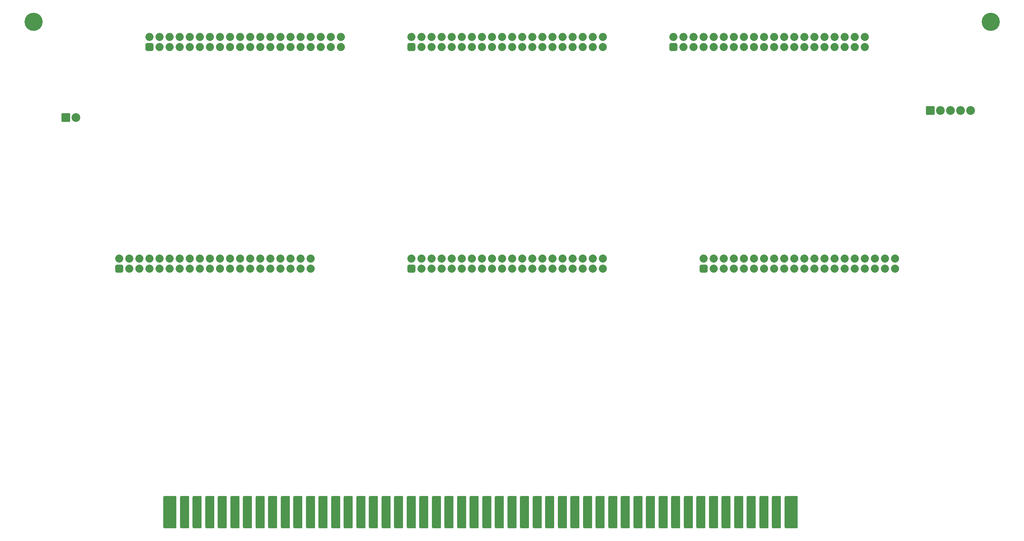
<source format=gbs>
%TF.GenerationSoftware,KiCad,Pcbnew,7.0.9-1.fc38*%
%TF.CreationDate,2023-12-11T09:13:37+10:00*%
%TF.ProjectId,LogicAnalyserSMD,4c6f6769-6341-46e6-916c-79736572534d,0.1*%
%TF.SameCoordinates,Original*%
%TF.FileFunction,Soldermask,Bot*%
%TF.FilePolarity,Negative*%
%FSLAX46Y46*%
G04 Gerber Fmt 4.6, Leading zero omitted, Abs format (unit mm)*
G04 Created by KiCad (PCBNEW 7.0.9-1.fc38) date 2023-12-11 09:13:37*
%MOMM*%
%LPD*%
G01*
G04 APERTURE LIST*
G04 Aperture macros list*
%AMRoundRect*
0 Rectangle with rounded corners*
0 $1 Rounding radius*
0 $2 $3 $4 $5 $6 $7 $8 $9 X,Y pos of 4 corners*
0 Add a 4 corners polygon primitive as box body*
4,1,4,$2,$3,$4,$5,$6,$7,$8,$9,$2,$3,0*
0 Add four circle primitives for the rounded corners*
1,1,$1+$1,$2,$3*
1,1,$1+$1,$4,$5*
1,1,$1+$1,$6,$7*
1,1,$1+$1,$8,$9*
0 Add four rect primitives between the rounded corners*
20,1,$1+$1,$2,$3,$4,$5,0*
20,1,$1+$1,$4,$5,$6,$7,0*
20,1,$1+$1,$6,$7,$8,$9,0*
20,1,$1+$1,$8,$9,$2,$3,0*%
G04 Aperture macros list end*
%ADD10RoundRect,0.254000X-1.397000X-3.810000X1.397000X-3.810000X1.397000X3.810000X-1.397000X3.810000X0*%
%ADD11RoundRect,0.254000X-0.889000X-3.810000X0.889000X-3.810000X0.889000X3.810000X-0.889000X3.810000X0*%
%ADD12C,4.572000*%
%ADD13RoundRect,0.478118X0.537882X-0.537882X0.537882X0.537882X-0.537882X0.537882X-0.537882X-0.537882X0*%
%ADD14C,2.032000*%
%ADD15RoundRect,0.254000X0.850000X-0.850000X0.850000X0.850000X-0.850000X0.850000X-0.850000X-0.850000X0*%
%ADD16O,2.208000X2.208000*%
G04 APERTURE END LIST*
D10*
%TO.C,P1*%
X53467000Y-175641000D03*
D11*
X57150000Y-175641000D03*
X60325000Y-175641000D03*
X63500000Y-175641000D03*
X66675000Y-175641000D03*
X69850000Y-175641000D03*
X73025000Y-175641000D03*
X76200000Y-175641000D03*
X79375000Y-175641000D03*
X82550000Y-175641000D03*
X85725000Y-175641000D03*
X88900000Y-175641000D03*
X92075000Y-175641000D03*
X95250000Y-175641000D03*
X98425000Y-175641000D03*
X101600000Y-175641000D03*
X104775000Y-175641000D03*
X107950000Y-175641000D03*
X111125000Y-175641000D03*
X114300000Y-175641000D03*
X117475000Y-175641000D03*
X120650000Y-175641000D03*
X123825000Y-175641000D03*
X127000000Y-175641000D03*
X130175000Y-175641000D03*
X133350000Y-175641000D03*
X136525000Y-175641000D03*
X139700000Y-175641000D03*
X142875000Y-175641000D03*
X146050000Y-175641000D03*
X149225000Y-175641000D03*
X152400000Y-175641000D03*
X155575000Y-175641000D03*
X158750000Y-175641000D03*
X161925000Y-175641000D03*
X165100000Y-175641000D03*
X168275000Y-175641000D03*
X171450000Y-175641000D03*
X174625000Y-175641000D03*
X177800000Y-175641000D03*
X180975000Y-175641000D03*
X184150000Y-175641000D03*
X187325000Y-175641000D03*
X190500000Y-175641000D03*
X193675000Y-175641000D03*
X196850000Y-175641000D03*
X200025000Y-175641000D03*
X203200000Y-175641000D03*
X206375000Y-175641000D03*
D10*
X210058000Y-175641000D03*
%TD*%
D12*
%TO.C,P35*%
X260350000Y-52070000D03*
%TD*%
%TO.C,P34*%
X19050000Y-52070000D03*
%TD*%
D13*
%TO.C,J3*%
X114300000Y-58420000D03*
D14*
X114300000Y-55880000D03*
X116840000Y-58420000D03*
X116840000Y-55880000D03*
X119380000Y-58420000D03*
X119380000Y-55880000D03*
X121920000Y-58420000D03*
X121920000Y-55880000D03*
X124460000Y-58420000D03*
X124460000Y-55880000D03*
X127000000Y-58420000D03*
X127000000Y-55880000D03*
X129540000Y-58420000D03*
X129540000Y-55880000D03*
X132080000Y-58420000D03*
X132080000Y-55880000D03*
X134620000Y-58420000D03*
X134620000Y-55880000D03*
X137160000Y-58420000D03*
X137160000Y-55880000D03*
X139700000Y-58420000D03*
X139700000Y-55880000D03*
X142240000Y-58420000D03*
X142240000Y-55880000D03*
X144780000Y-58420000D03*
X144780000Y-55880000D03*
X147320000Y-58420000D03*
X147320000Y-55880000D03*
X149860000Y-58420000D03*
X149860000Y-55880000D03*
X152400000Y-58420000D03*
X152400000Y-55880000D03*
X154940000Y-58420000D03*
X154940000Y-55880000D03*
X157480000Y-58420000D03*
X157480000Y-55880000D03*
X160020000Y-58420000D03*
X160020000Y-55880000D03*
X162560000Y-58420000D03*
X162560000Y-55880000D03*
%TD*%
D13*
%TO.C,J6*%
X187960000Y-114300000D03*
D14*
X187960000Y-111760000D03*
X190500000Y-114300000D03*
X190500000Y-111760000D03*
X193040000Y-114300000D03*
X193040000Y-111760000D03*
X195580000Y-114300000D03*
X195580000Y-111760000D03*
X198120000Y-114300000D03*
X198120000Y-111760000D03*
X200660000Y-114300000D03*
X200660000Y-111760000D03*
X203200000Y-114300000D03*
X203200000Y-111760000D03*
X205740000Y-114300000D03*
X205740000Y-111760000D03*
X208280000Y-114300000D03*
X208280000Y-111760000D03*
X210820000Y-114300000D03*
X210820000Y-111760000D03*
X213360000Y-114300000D03*
X213360000Y-111760000D03*
X215900000Y-114300000D03*
X215900000Y-111760000D03*
X218440000Y-114300000D03*
X218440000Y-111760000D03*
X220980000Y-114300000D03*
X220980000Y-111760000D03*
X223520000Y-114300000D03*
X223520000Y-111760000D03*
X226060000Y-114300000D03*
X226060000Y-111760000D03*
X228600000Y-114300000D03*
X228600000Y-111760000D03*
X231140000Y-114300000D03*
X231140000Y-111760000D03*
X233680000Y-114300000D03*
X233680000Y-111760000D03*
X236220000Y-114300000D03*
X236220000Y-111760000D03*
%TD*%
D13*
%TO.C,J5*%
X180340000Y-58420000D03*
D14*
X180340000Y-55880000D03*
X182880000Y-58420000D03*
X182880000Y-55880000D03*
X185420000Y-58420000D03*
X185420000Y-55880000D03*
X187960000Y-58420000D03*
X187960000Y-55880000D03*
X190500000Y-58420000D03*
X190500000Y-55880000D03*
X193040000Y-58420000D03*
X193040000Y-55880000D03*
X195580000Y-58420000D03*
X195580000Y-55880000D03*
X198120000Y-58420000D03*
X198120000Y-55880000D03*
X200660000Y-58420000D03*
X200660000Y-55880000D03*
X203200000Y-58420000D03*
X203200000Y-55880000D03*
X205740000Y-58420000D03*
X205740000Y-55880000D03*
X208280000Y-58420000D03*
X208280000Y-55880000D03*
X210820000Y-58420000D03*
X210820000Y-55880000D03*
X213360000Y-58420000D03*
X213360000Y-55880000D03*
X215900000Y-58420000D03*
X215900000Y-55880000D03*
X218440000Y-58420000D03*
X218440000Y-55880000D03*
X220980000Y-58420000D03*
X220980000Y-55880000D03*
X223520000Y-58420000D03*
X223520000Y-55880000D03*
X226060000Y-58420000D03*
X226060000Y-55880000D03*
X228600000Y-58420000D03*
X228600000Y-55880000D03*
%TD*%
D13*
%TO.C,J1*%
X48276803Y-58436803D03*
D14*
X48276803Y-55896803D03*
X50816803Y-58436803D03*
X50816803Y-55896803D03*
X53356803Y-58436803D03*
X53356803Y-55896803D03*
X55896803Y-58436803D03*
X55896803Y-55896803D03*
X58436803Y-58436803D03*
X58436803Y-55896803D03*
X60976803Y-58436803D03*
X60976803Y-55896803D03*
X63516803Y-58436803D03*
X63516803Y-55896803D03*
X66056803Y-58436803D03*
X66056803Y-55896803D03*
X68596803Y-58436803D03*
X68596803Y-55896803D03*
X71136803Y-58436803D03*
X71136803Y-55896803D03*
X73676803Y-58436803D03*
X73676803Y-55896803D03*
X76216803Y-58436803D03*
X76216803Y-55896803D03*
X78756803Y-58436803D03*
X78756803Y-55896803D03*
X81296803Y-58436803D03*
X81296803Y-55896803D03*
X83836803Y-58436803D03*
X83836803Y-55896803D03*
X86376803Y-58436803D03*
X86376803Y-55896803D03*
X88916803Y-58436803D03*
X88916803Y-55896803D03*
X91456803Y-58436803D03*
X91456803Y-55896803D03*
X93996803Y-58436803D03*
X93996803Y-55896803D03*
X96536803Y-58436803D03*
X96536803Y-55896803D03*
%TD*%
D15*
%TO.C,J8*%
X27178000Y-76153000D03*
D16*
X29718000Y-76153000D03*
%TD*%
D15*
%TO.C,J7*%
X245110000Y-74422000D03*
D16*
X247650000Y-74422000D03*
X250190000Y-74422000D03*
X252730000Y-74422000D03*
X255270000Y-74422000D03*
%TD*%
D13*
%TO.C,J2*%
X40640000Y-114300000D03*
D14*
X40640000Y-111760000D03*
X43180000Y-114300000D03*
X43180000Y-111760000D03*
X45720000Y-114300000D03*
X45720000Y-111760000D03*
X48260000Y-114300000D03*
X48260000Y-111760000D03*
X50800000Y-114300000D03*
X50800000Y-111760000D03*
X53340000Y-114300000D03*
X53340000Y-111760000D03*
X55880000Y-114300000D03*
X55880000Y-111760000D03*
X58420000Y-114300000D03*
X58420000Y-111760000D03*
X60960000Y-114300000D03*
X60960000Y-111760000D03*
X63500000Y-114300000D03*
X63500000Y-111760000D03*
X66040000Y-114300000D03*
X66040000Y-111760000D03*
X68580000Y-114300000D03*
X68580000Y-111760000D03*
X71120000Y-114300000D03*
X71120000Y-111760000D03*
X73660000Y-114300000D03*
X73660000Y-111760000D03*
X76200000Y-114300000D03*
X76200000Y-111760000D03*
X78740000Y-114300000D03*
X78740000Y-111760000D03*
X81280000Y-114300000D03*
X81280000Y-111760000D03*
X83820000Y-114300000D03*
X83820000Y-111760000D03*
X86360000Y-114300000D03*
X86360000Y-111760000D03*
X88900000Y-114300000D03*
X88900000Y-111760000D03*
%TD*%
D13*
%TO.C,J4*%
X114300000Y-114300000D03*
D14*
X114300000Y-111760000D03*
X116840000Y-114300000D03*
X116840000Y-111760000D03*
X119380000Y-114300000D03*
X119380000Y-111760000D03*
X121920000Y-114300000D03*
X121920000Y-111760000D03*
X124460000Y-114300000D03*
X124460000Y-111760000D03*
X127000000Y-114300000D03*
X127000000Y-111760000D03*
X129540000Y-114300000D03*
X129540000Y-111760000D03*
X132080000Y-114300000D03*
X132080000Y-111760000D03*
X134620000Y-114300000D03*
X134620000Y-111760000D03*
X137160000Y-114300000D03*
X137160000Y-111760000D03*
X139700000Y-114300000D03*
X139700000Y-111760000D03*
X142240000Y-114300000D03*
X142240000Y-111760000D03*
X144780000Y-114300000D03*
X144780000Y-111760000D03*
X147320000Y-114300000D03*
X147320000Y-111760000D03*
X149860000Y-114300000D03*
X149860000Y-111760000D03*
X152400000Y-114300000D03*
X152400000Y-111760000D03*
X154940000Y-114300000D03*
X154940000Y-111760000D03*
X157480000Y-114300000D03*
X157480000Y-111760000D03*
X160020000Y-114300000D03*
X160020000Y-111760000D03*
X162560000Y-114300000D03*
X162560000Y-111760000D03*
%TD*%
M02*

</source>
